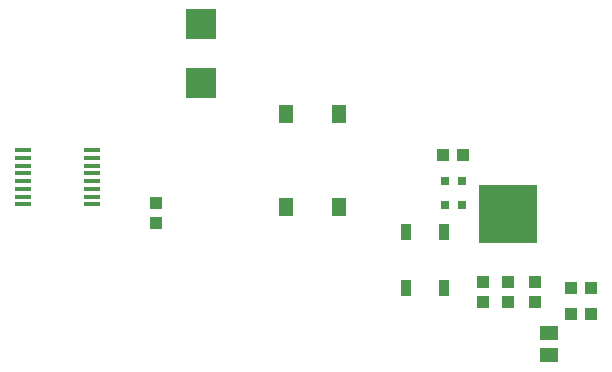
<source format=gtp>
G75*
%MOIN*%
%OFA0B0*%
%FSLAX25Y25*%
%IPPOS*%
%LPD*%
%AMOC8*
5,1,8,0,0,1.08239X$1,22.5*
%
%ADD10R,0.19685X0.19685*%
%ADD11R,0.03937X0.04331*%
%ADD12R,0.04331X0.03937*%
%ADD13R,0.05906X0.05118*%
%ADD14R,0.05800X0.01400*%
%ADD15R,0.03150X0.03150*%
%ADD16R,0.05118X0.06102*%
%ADD17R,0.03740X0.05315*%
%ADD18R,0.09843X0.10039*%
D10*
X0276345Y0100552D03*
D11*
X0261478Y0120306D03*
X0254785Y0120306D03*
X0297285Y0067181D03*
X0303978Y0067181D03*
X0159094Y0097695D03*
X0159094Y0104388D03*
D12*
X0268132Y0078028D03*
X0276257Y0078028D03*
X0276257Y0071335D03*
X0268132Y0071335D03*
X0285400Y0071335D03*
X0285400Y0078028D03*
X0297285Y0075931D03*
X0303978Y0075931D03*
D13*
X0290007Y0060921D03*
X0290007Y0053441D03*
D14*
X0114757Y0103806D03*
X0114757Y0106406D03*
X0114757Y0109006D03*
X0114757Y0111506D03*
X0114757Y0114106D03*
X0114757Y0116606D03*
X0114757Y0119206D03*
X0114757Y0121806D03*
X0137757Y0121806D03*
X0137757Y0119206D03*
X0137757Y0116606D03*
X0137757Y0114106D03*
X0137757Y0111506D03*
X0137757Y0109006D03*
X0137757Y0106406D03*
X0137757Y0103806D03*
D15*
X0255179Y0103431D03*
X0261084Y0103431D03*
X0261084Y0111556D03*
X0255179Y0111556D03*
D16*
X0220115Y0102781D03*
X0202398Y0102781D03*
X0202398Y0134081D03*
X0220115Y0134081D03*
D17*
X0242457Y0094755D03*
X0255056Y0094755D03*
X0255056Y0075857D03*
X0242457Y0075857D03*
D18*
X0174160Y0144145D03*
X0174160Y0164027D03*
M02*

</source>
